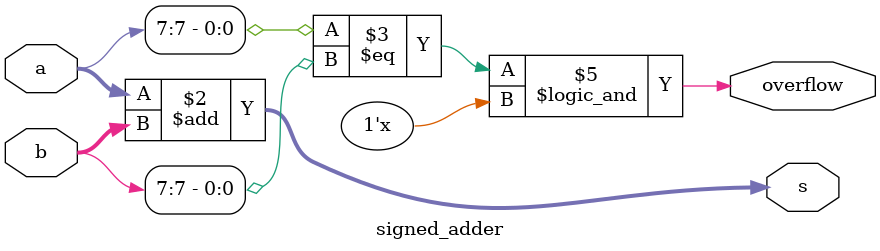
<source format=v>

module signed_adder(input [7:0] a,
    input [7:0] b,
    output [7:0] s,
    output overflow
); 

// The numbers a and b are added to the output s. 
// assign the occurence of the signed overflow of a and b to the output overflow.
// a signed overflow occurs if the most significant bits of a and b are low and the most significant bit of s is high
// a signed overflow may also occur if the most significant bits of a and b are high and the most significant bit of s is low



reg signed [7:0] s;
reg overflow;

always @ (a or b)
begin
	s <= a + b;
	overflow <= (a[7] == b[7] && a[7] == s[7]);
end

endmodule

</source>
